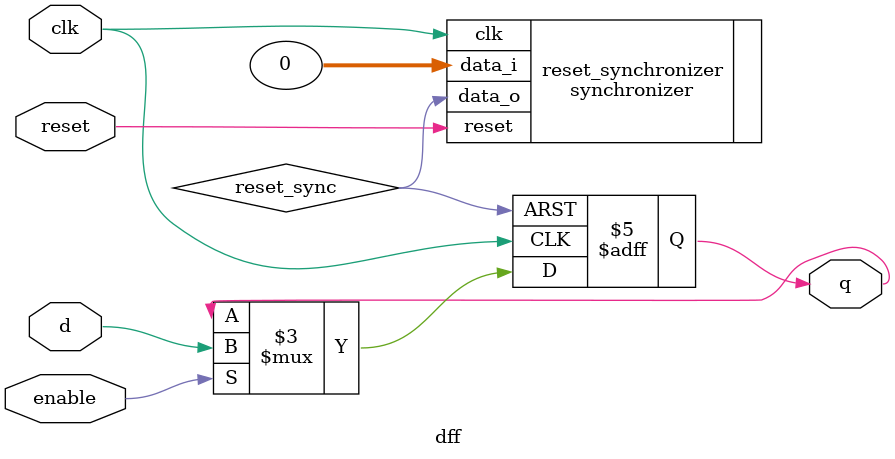
<source format=v>


module dff (clk, reset, enable, d, q);
	  
	input      clk;
	input      reset;
	input 	 enable;
	input      d;
	output reg q;


  	always @(posedge clk or posedge reset_sync)
  	begin
    	if (reset_sync) begin
      		// Asynchronous reset when reset goes high
	      	q <= 1'b0;      
	    end 

		else if(enable) 
		begin
      		// Assign D to Q on positive clock edge
      		q <= d;
    	end
  	end

	wire reset_sync;

    synchronizer #(.RESET_STATE(1)) reset_synchronizer(
        .clk(clk),
        .reset(reset),
        .data_i(0),
        .data_o(reset_sync));


`ifdef FORMAL

	always @($global_clock) assume(clk != $past(clk));

	localparam MAX_CNT = 16;

	reg[$clog2(MAX_CNT)-1:0] counter;
	initial counter = 0;

	always @(posedge clk) counter <= counter + 1;

	initial assume(reset);
	initial assume(enable);

	always @(posedge clk) if(counter == (MAX_CNT >> 1)) assume(reset != $past(reset));


	//always @(*) assume(d == 1'b1);

	always @(clk) 
	begin
		if(clk) assume(d == 1'b0); 
		
		else assume(d == 1'b1);
	end

	always @(clk) 
	begin
		if(clk) assume(!enable); 
		
		else assume(enable);
	end

	always @(posedge clk) 
	begin
		if(reset_sync) assert(q == 0);

		else if(enable) assert(q == d);

		else assert(q == $past(q));
	end

	always @(posedge clk) cover(reset && enable && d && !clk);

`endif

endmodule

</source>
